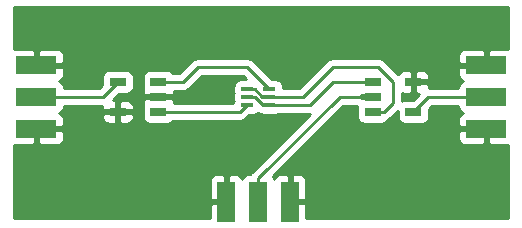
<source format=gbr>
G04 #@! TF.GenerationSoftware,KiCad,Pcbnew,5.1.9-5.1.9*
G04 #@! TF.CreationDate,2021-02-06T16:07:34+03:00*
G04 #@! TF.ProjectId,mix,6d69782e-6b69-4636-9164-5f7063625858,rev?*
G04 #@! TF.SameCoordinates,Original*
G04 #@! TF.FileFunction,Copper,L1,Top*
G04 #@! TF.FilePolarity,Positive*
%FSLAX46Y46*%
G04 Gerber Fmt 4.6, Leading zero omitted, Abs format (unit mm)*
G04 Created by KiCad (PCBNEW 5.1.9-5.1.9) date 2021-02-06 16:07:34*
%MOMM*%
%LPD*%
G01*
G04 APERTURE LIST*
G04 #@! TA.AperFunction,SMDPad,CuDef*
%ADD10R,3.500000X1.500000*%
G04 #@! TD*
G04 #@! TA.AperFunction,SMDPad,CuDef*
%ADD11R,1.500000X3.500000*%
G04 #@! TD*
G04 #@! TA.AperFunction,SMDPad,CuDef*
%ADD12R,1.000000X0.450000*%
G04 #@! TD*
G04 #@! TA.AperFunction,SMDPad,CuDef*
%ADD13R,1.400000X0.760000*%
G04 #@! TD*
G04 #@! TA.AperFunction,ViaPad*
%ADD14C,0.800000*%
G04 #@! TD*
G04 #@! TA.AperFunction,Conductor*
%ADD15C,0.250000*%
G04 #@! TD*
G04 #@! TA.AperFunction,Conductor*
%ADD16C,0.500000*%
G04 #@! TD*
G04 #@! TA.AperFunction,Conductor*
%ADD17C,0.254000*%
G04 #@! TD*
G04 #@! TA.AperFunction,Conductor*
%ADD18C,0.100000*%
G04 #@! TD*
G04 APERTURE END LIST*
D10*
X128524000Y-95410000D03*
X128524000Y-90010000D03*
X128524000Y-92710000D03*
D11*
X150020000Y-101600000D03*
X144620000Y-101600000D03*
X147320000Y-101600000D03*
D10*
X166624000Y-90010000D03*
X166624000Y-95410000D03*
X166624000Y-92710000D03*
D12*
X146370000Y-92060000D03*
X146370000Y-92710000D03*
X146370000Y-93360000D03*
X148270000Y-93360000D03*
X148270000Y-92710000D03*
X148270000Y-92060000D03*
D13*
X138875000Y-91440000D03*
X138875000Y-92710000D03*
X138875000Y-93980000D03*
X135445000Y-93980000D03*
X135445000Y-91440000D03*
X160465000Y-93980000D03*
X160465000Y-91440000D03*
X157035000Y-91440000D03*
X157035000Y-92710000D03*
X157035000Y-93980000D03*
D14*
X130175000Y-88265000D03*
X130175000Y-97155000D03*
X130175000Y-101092000D03*
X166370000Y-88265000D03*
X166370000Y-97155000D03*
X166370000Y-101092000D03*
X137160000Y-101092000D03*
X157480000Y-101092000D03*
X142875000Y-88265000D03*
X151765000Y-88265000D03*
D15*
X147680002Y-92710000D02*
X148270000Y-92710000D01*
X147030002Y-92060000D02*
X147680002Y-92710000D01*
X146370000Y-92060000D02*
X147030002Y-92060000D01*
X157985000Y-93980000D02*
X157035000Y-93980000D01*
X148270000Y-92710000D02*
X151130000Y-92710000D01*
X153670000Y-90170000D02*
X157480000Y-90170000D01*
X157480000Y-90170000D02*
X158750000Y-91440000D01*
X158750000Y-91440000D02*
X158750000Y-93215000D01*
X151130000Y-92710000D02*
X153670000Y-90170000D01*
X158750000Y-93215000D02*
X157985000Y-93980000D01*
X147693592Y-93360000D02*
X148270000Y-93360000D01*
X147043592Y-92710000D02*
X147693592Y-93360000D01*
X146370000Y-92710000D02*
X147043592Y-92710000D01*
X148270000Y-93360000D02*
X151750000Y-93360000D01*
X153670000Y-91440000D02*
X157035000Y-91440000D01*
X151750000Y-93360000D02*
X153670000Y-91440000D01*
X145750000Y-93980000D02*
X146370000Y-93360000D01*
X138875000Y-93980000D02*
X145750000Y-93980000D01*
X138875000Y-91440000D02*
X140970000Y-91440000D01*
X140970000Y-91440000D02*
X142240000Y-90170000D01*
X146380000Y-90170000D02*
X148270000Y-92060000D01*
X142240000Y-90170000D02*
X146380000Y-90170000D01*
X134175000Y-92710000D02*
X135445000Y-91440000D01*
X134175000Y-92710000D02*
X128524000Y-92710000D01*
D16*
X157035000Y-92710000D02*
X156085000Y-92710000D01*
D15*
X154210000Y-92710000D02*
X157035000Y-92710000D01*
X147320000Y-99600000D02*
X154210000Y-92710000D01*
X147320000Y-101600000D02*
X147320000Y-99600000D01*
X161735000Y-92710000D02*
X160465000Y-93980000D01*
X166624000Y-92710000D02*
X161735000Y-92710000D01*
D17*
X168504000Y-88635862D02*
X168498482Y-88634188D01*
X168374000Y-88621928D01*
X166909750Y-88625000D01*
X166751000Y-88783750D01*
X166751000Y-89883000D01*
X166771000Y-89883000D01*
X166771000Y-90137000D01*
X166751000Y-90137000D01*
X166751000Y-90157000D01*
X166497000Y-90157000D01*
X166497000Y-90137000D01*
X164397750Y-90137000D01*
X164239000Y-90295750D01*
X164235928Y-90760000D01*
X164248188Y-90884482D01*
X164284498Y-91004180D01*
X164343463Y-91114494D01*
X164422815Y-91211185D01*
X164519506Y-91290537D01*
X164629820Y-91349502D01*
X164664427Y-91360000D01*
X164629820Y-91370498D01*
X164519506Y-91429463D01*
X164422815Y-91508815D01*
X164343463Y-91605506D01*
X164284498Y-91715820D01*
X164248188Y-91835518D01*
X164236913Y-91950000D01*
X161789138Y-91950000D01*
X161790812Y-91944482D01*
X161803072Y-91820000D01*
X161800000Y-91725750D01*
X161641250Y-91567000D01*
X160592000Y-91567000D01*
X160592000Y-92296250D01*
X160750750Y-92455000D01*
X160913988Y-92456211D01*
X160408271Y-92961928D01*
X159765000Y-92961928D01*
X159640518Y-92974188D01*
X159520820Y-93010498D01*
X159510000Y-93016282D01*
X159510000Y-92403718D01*
X159520820Y-92409502D01*
X159640518Y-92445812D01*
X159765000Y-92458072D01*
X160179250Y-92455000D01*
X160338000Y-92296250D01*
X160338000Y-91567000D01*
X160318000Y-91567000D01*
X160318000Y-91313000D01*
X160338000Y-91313000D01*
X160338000Y-90583750D01*
X160592000Y-90583750D01*
X160592000Y-91313000D01*
X161641250Y-91313000D01*
X161800000Y-91154250D01*
X161803072Y-91060000D01*
X161790812Y-90935518D01*
X161754502Y-90815820D01*
X161695537Y-90705506D01*
X161616185Y-90608815D01*
X161519494Y-90529463D01*
X161409180Y-90470498D01*
X161289482Y-90434188D01*
X161165000Y-90421928D01*
X160750750Y-90425000D01*
X160592000Y-90583750D01*
X160338000Y-90583750D01*
X160179250Y-90425000D01*
X159765000Y-90421928D01*
X159640518Y-90434188D01*
X159520820Y-90470498D01*
X159410506Y-90529463D01*
X159313815Y-90608815D01*
X159234463Y-90705506D01*
X159184249Y-90799448D01*
X158043804Y-89659003D01*
X158020001Y-89629999D01*
X157904276Y-89535026D01*
X157772247Y-89464454D01*
X157628986Y-89420997D01*
X157517333Y-89410000D01*
X157517322Y-89410000D01*
X157480000Y-89406324D01*
X157442678Y-89410000D01*
X153707322Y-89410000D01*
X153669999Y-89406324D01*
X153632676Y-89410000D01*
X153632667Y-89410000D01*
X153521014Y-89420997D01*
X153377753Y-89464454D01*
X153245724Y-89535026D01*
X153245722Y-89535027D01*
X153245723Y-89535027D01*
X153158996Y-89606201D01*
X153158992Y-89606205D01*
X153129999Y-89629999D01*
X153106205Y-89658992D01*
X150815199Y-91950000D01*
X149408072Y-91950000D01*
X149408072Y-91835000D01*
X149395812Y-91710518D01*
X149359502Y-91590820D01*
X149300537Y-91480506D01*
X149221185Y-91383815D01*
X149124494Y-91304463D01*
X149014180Y-91245498D01*
X148894482Y-91209188D01*
X148770000Y-91196928D01*
X148481730Y-91196928D01*
X146943804Y-89659003D01*
X146920001Y-89629999D01*
X146804276Y-89535026D01*
X146672247Y-89464454D01*
X146528986Y-89420997D01*
X146417333Y-89410000D01*
X146417322Y-89410000D01*
X146380000Y-89406324D01*
X146342678Y-89410000D01*
X142277322Y-89410000D01*
X142239999Y-89406324D01*
X142202676Y-89410000D01*
X142202667Y-89410000D01*
X142091014Y-89420997D01*
X141947753Y-89464454D01*
X141815724Y-89535026D01*
X141699999Y-89629999D01*
X141676201Y-89658997D01*
X140655199Y-90680000D01*
X140084605Y-90680000D01*
X140026185Y-90608815D01*
X139929494Y-90529463D01*
X139819180Y-90470498D01*
X139699482Y-90434188D01*
X139575000Y-90421928D01*
X138175000Y-90421928D01*
X138050518Y-90434188D01*
X137930820Y-90470498D01*
X137820506Y-90529463D01*
X137723815Y-90608815D01*
X137644463Y-90705506D01*
X137585498Y-90815820D01*
X137549188Y-90935518D01*
X137536928Y-91060000D01*
X137536928Y-91820000D01*
X137549188Y-91944482D01*
X137585498Y-92064180D01*
X137591282Y-92075000D01*
X137585498Y-92085820D01*
X137549188Y-92205518D01*
X137536928Y-92330000D01*
X137540000Y-92424250D01*
X137698750Y-92583000D01*
X138748000Y-92583000D01*
X138748000Y-92563000D01*
X139002000Y-92563000D01*
X139002000Y-92583000D01*
X140051250Y-92583000D01*
X140210000Y-92424250D01*
X140213072Y-92330000D01*
X140200812Y-92205518D01*
X140199138Y-92200000D01*
X140932678Y-92200000D01*
X140970000Y-92203676D01*
X141007322Y-92200000D01*
X141007333Y-92200000D01*
X141118986Y-92189003D01*
X141262247Y-92145546D01*
X141394276Y-92074974D01*
X141510001Y-91980001D01*
X141533804Y-91950997D01*
X142554802Y-90930000D01*
X146065199Y-90930000D01*
X146332127Y-91196928D01*
X145870000Y-91196928D01*
X145745518Y-91209188D01*
X145625820Y-91245498D01*
X145515506Y-91304463D01*
X145418815Y-91383815D01*
X145339463Y-91480506D01*
X145280498Y-91590820D01*
X145244188Y-91710518D01*
X145231928Y-91835000D01*
X145231928Y-92285000D01*
X145241777Y-92385000D01*
X145231928Y-92485000D01*
X145231928Y-92935000D01*
X145241777Y-93035000D01*
X145231928Y-93135000D01*
X145231928Y-93220000D01*
X140199138Y-93220000D01*
X140200812Y-93214482D01*
X140213072Y-93090000D01*
X140210000Y-92995750D01*
X140051250Y-92837000D01*
X139002000Y-92837000D01*
X139002000Y-92857000D01*
X138748000Y-92857000D01*
X138748000Y-92837000D01*
X137698750Y-92837000D01*
X137540000Y-92995750D01*
X137536928Y-93090000D01*
X137549188Y-93214482D01*
X137585498Y-93334180D01*
X137591282Y-93345000D01*
X137585498Y-93355820D01*
X137549188Y-93475518D01*
X137536928Y-93600000D01*
X137536928Y-94360000D01*
X137549188Y-94484482D01*
X137585498Y-94604180D01*
X137644463Y-94714494D01*
X137723815Y-94811185D01*
X137820506Y-94890537D01*
X137930820Y-94949502D01*
X138050518Y-94985812D01*
X138175000Y-94998072D01*
X139575000Y-94998072D01*
X139699482Y-94985812D01*
X139819180Y-94949502D01*
X139929494Y-94890537D01*
X140026185Y-94811185D01*
X140084605Y-94740000D01*
X145712678Y-94740000D01*
X145750000Y-94743676D01*
X145787322Y-94740000D01*
X145787333Y-94740000D01*
X145898986Y-94729003D01*
X146042247Y-94685546D01*
X146174276Y-94614974D01*
X146290001Y-94520001D01*
X146313803Y-94490998D01*
X146581730Y-94223072D01*
X146870000Y-94223072D01*
X146994482Y-94210812D01*
X147114180Y-94174502D01*
X147224494Y-94115537D01*
X147320000Y-94037158D01*
X147415506Y-94115537D01*
X147525820Y-94174502D01*
X147645518Y-94210812D01*
X147770000Y-94223072D01*
X148770000Y-94223072D01*
X148894482Y-94210812D01*
X149014180Y-94174502D01*
X149116144Y-94120000D01*
X151712678Y-94120000D01*
X151724075Y-94121123D01*
X146808998Y-99036201D01*
X146780000Y-99059999D01*
X146756202Y-99088997D01*
X146756201Y-99088998D01*
X146685026Y-99175724D01*
X146665674Y-99211928D01*
X146570000Y-99211928D01*
X146445518Y-99224188D01*
X146325820Y-99260498D01*
X146215506Y-99319463D01*
X146118815Y-99398815D01*
X146039463Y-99495506D01*
X145980498Y-99605820D01*
X145970000Y-99640427D01*
X145959502Y-99605820D01*
X145900537Y-99495506D01*
X145821185Y-99398815D01*
X145724494Y-99319463D01*
X145614180Y-99260498D01*
X145494482Y-99224188D01*
X145370000Y-99211928D01*
X144905750Y-99215000D01*
X144747000Y-99373750D01*
X144747000Y-101473000D01*
X144767000Y-101473000D01*
X144767000Y-101727000D01*
X144747000Y-101727000D01*
X144747000Y-101747000D01*
X144493000Y-101747000D01*
X144493000Y-101727000D01*
X143393750Y-101727000D01*
X143235000Y-101885750D01*
X143232721Y-102972000D01*
X126644000Y-102972000D01*
X126644000Y-99850000D01*
X143231928Y-99850000D01*
X143235000Y-101314250D01*
X143393750Y-101473000D01*
X144493000Y-101473000D01*
X144493000Y-99373750D01*
X144334250Y-99215000D01*
X143870000Y-99211928D01*
X143745518Y-99224188D01*
X143625820Y-99260498D01*
X143515506Y-99319463D01*
X143418815Y-99398815D01*
X143339463Y-99495506D01*
X143280498Y-99605820D01*
X143244188Y-99725518D01*
X143231928Y-99850000D01*
X126644000Y-99850000D01*
X126644000Y-96784138D01*
X126649518Y-96785812D01*
X126774000Y-96798072D01*
X128238250Y-96795000D01*
X128397000Y-96636250D01*
X128397000Y-95537000D01*
X128651000Y-95537000D01*
X128651000Y-96636250D01*
X128809750Y-96795000D01*
X130274000Y-96798072D01*
X130398482Y-96785812D01*
X130518180Y-96749502D01*
X130628494Y-96690537D01*
X130725185Y-96611185D01*
X130804537Y-96514494D01*
X130863502Y-96404180D01*
X130899812Y-96284482D01*
X130912072Y-96160000D01*
X130909000Y-95695750D01*
X130750250Y-95537000D01*
X128651000Y-95537000D01*
X128397000Y-95537000D01*
X128377000Y-95537000D01*
X128377000Y-95283000D01*
X128397000Y-95283000D01*
X128397000Y-95263000D01*
X128651000Y-95263000D01*
X128651000Y-95283000D01*
X130750250Y-95283000D01*
X130909000Y-95124250D01*
X130912072Y-94660000D01*
X130899812Y-94535518D01*
X130863502Y-94415820D01*
X130833666Y-94360000D01*
X134106928Y-94360000D01*
X134119188Y-94484482D01*
X134155498Y-94604180D01*
X134214463Y-94714494D01*
X134293815Y-94811185D01*
X134390506Y-94890537D01*
X134500820Y-94949502D01*
X134620518Y-94985812D01*
X134745000Y-94998072D01*
X135159250Y-94995000D01*
X135318000Y-94836250D01*
X135318000Y-94107000D01*
X135572000Y-94107000D01*
X135572000Y-94836250D01*
X135730750Y-94995000D01*
X136145000Y-94998072D01*
X136269482Y-94985812D01*
X136389180Y-94949502D01*
X136499494Y-94890537D01*
X136596185Y-94811185D01*
X136675537Y-94714494D01*
X136734502Y-94604180D01*
X136770812Y-94484482D01*
X136783072Y-94360000D01*
X136780000Y-94265750D01*
X136621250Y-94107000D01*
X135572000Y-94107000D01*
X135318000Y-94107000D01*
X134268750Y-94107000D01*
X134110000Y-94265750D01*
X134106928Y-94360000D01*
X130833666Y-94360000D01*
X130804537Y-94305506D01*
X130725185Y-94208815D01*
X130628494Y-94129463D01*
X130518180Y-94070498D01*
X130483573Y-94060000D01*
X130518180Y-94049502D01*
X130628494Y-93990537D01*
X130725185Y-93911185D01*
X130804537Y-93814494D01*
X130863502Y-93704180D01*
X130899812Y-93584482D01*
X130911087Y-93470000D01*
X134120862Y-93470000D01*
X134119188Y-93475518D01*
X134106928Y-93600000D01*
X134110000Y-93694250D01*
X134268750Y-93853000D01*
X135318000Y-93853000D01*
X135318000Y-93123750D01*
X135572000Y-93123750D01*
X135572000Y-93853000D01*
X136621250Y-93853000D01*
X136780000Y-93694250D01*
X136783072Y-93600000D01*
X136770812Y-93475518D01*
X136734502Y-93355820D01*
X136675537Y-93245506D01*
X136596185Y-93148815D01*
X136499494Y-93069463D01*
X136389180Y-93010498D01*
X136269482Y-92974188D01*
X136145000Y-92961928D01*
X135730750Y-92965000D01*
X135572000Y-93123750D01*
X135318000Y-93123750D01*
X135159250Y-92965000D01*
X134996012Y-92963789D01*
X135501730Y-92458072D01*
X136145000Y-92458072D01*
X136269482Y-92445812D01*
X136389180Y-92409502D01*
X136499494Y-92350537D01*
X136596185Y-92271185D01*
X136675537Y-92174494D01*
X136734502Y-92064180D01*
X136770812Y-91944482D01*
X136783072Y-91820000D01*
X136783072Y-91060000D01*
X136770812Y-90935518D01*
X136734502Y-90815820D01*
X136675537Y-90705506D01*
X136596185Y-90608815D01*
X136499494Y-90529463D01*
X136389180Y-90470498D01*
X136269482Y-90434188D01*
X136145000Y-90421928D01*
X134745000Y-90421928D01*
X134620518Y-90434188D01*
X134500820Y-90470498D01*
X134390506Y-90529463D01*
X134293815Y-90608815D01*
X134214463Y-90705506D01*
X134155498Y-90815820D01*
X134119188Y-90935518D01*
X134106928Y-91060000D01*
X134106928Y-91703271D01*
X133860199Y-91950000D01*
X130911087Y-91950000D01*
X130899812Y-91835518D01*
X130863502Y-91715820D01*
X130804537Y-91605506D01*
X130725185Y-91508815D01*
X130628494Y-91429463D01*
X130518180Y-91370498D01*
X130483573Y-91360000D01*
X130518180Y-91349502D01*
X130628494Y-91290537D01*
X130725185Y-91211185D01*
X130804537Y-91114494D01*
X130863502Y-91004180D01*
X130899812Y-90884482D01*
X130912072Y-90760000D01*
X130909000Y-90295750D01*
X130750250Y-90137000D01*
X128651000Y-90137000D01*
X128651000Y-90157000D01*
X128397000Y-90157000D01*
X128397000Y-90137000D01*
X128377000Y-90137000D01*
X128377000Y-89883000D01*
X128397000Y-89883000D01*
X128397000Y-88783750D01*
X128651000Y-88783750D01*
X128651000Y-89883000D01*
X130750250Y-89883000D01*
X130909000Y-89724250D01*
X130912072Y-89260000D01*
X164235928Y-89260000D01*
X164239000Y-89724250D01*
X164397750Y-89883000D01*
X166497000Y-89883000D01*
X166497000Y-88783750D01*
X166338250Y-88625000D01*
X164874000Y-88621928D01*
X164749518Y-88634188D01*
X164629820Y-88670498D01*
X164519506Y-88729463D01*
X164422815Y-88808815D01*
X164343463Y-88905506D01*
X164284498Y-89015820D01*
X164248188Y-89135518D01*
X164235928Y-89260000D01*
X130912072Y-89260000D01*
X130899812Y-89135518D01*
X130863502Y-89015820D01*
X130804537Y-88905506D01*
X130725185Y-88808815D01*
X130628494Y-88729463D01*
X130518180Y-88670498D01*
X130398482Y-88634188D01*
X130274000Y-88621928D01*
X128809750Y-88625000D01*
X128651000Y-88783750D01*
X128397000Y-88783750D01*
X128238250Y-88625000D01*
X126774000Y-88621928D01*
X126649518Y-88634188D01*
X126644000Y-88635862D01*
X126644000Y-85115000D01*
X168504000Y-85115000D01*
X168504000Y-88635862D01*
G04 #@! TA.AperFunction,Conductor*
D18*
G36*
X168504000Y-88635862D02*
G01*
X168498482Y-88634188D01*
X168374000Y-88621928D01*
X166909750Y-88625000D01*
X166751000Y-88783750D01*
X166751000Y-89883000D01*
X166771000Y-89883000D01*
X166771000Y-90137000D01*
X166751000Y-90137000D01*
X166751000Y-90157000D01*
X166497000Y-90157000D01*
X166497000Y-90137000D01*
X164397750Y-90137000D01*
X164239000Y-90295750D01*
X164235928Y-90760000D01*
X164248188Y-90884482D01*
X164284498Y-91004180D01*
X164343463Y-91114494D01*
X164422815Y-91211185D01*
X164519506Y-91290537D01*
X164629820Y-91349502D01*
X164664427Y-91360000D01*
X164629820Y-91370498D01*
X164519506Y-91429463D01*
X164422815Y-91508815D01*
X164343463Y-91605506D01*
X164284498Y-91715820D01*
X164248188Y-91835518D01*
X164236913Y-91950000D01*
X161789138Y-91950000D01*
X161790812Y-91944482D01*
X161803072Y-91820000D01*
X161800000Y-91725750D01*
X161641250Y-91567000D01*
X160592000Y-91567000D01*
X160592000Y-92296250D01*
X160750750Y-92455000D01*
X160913988Y-92456211D01*
X160408271Y-92961928D01*
X159765000Y-92961928D01*
X159640518Y-92974188D01*
X159520820Y-93010498D01*
X159510000Y-93016282D01*
X159510000Y-92403718D01*
X159520820Y-92409502D01*
X159640518Y-92445812D01*
X159765000Y-92458072D01*
X160179250Y-92455000D01*
X160338000Y-92296250D01*
X160338000Y-91567000D01*
X160318000Y-91567000D01*
X160318000Y-91313000D01*
X160338000Y-91313000D01*
X160338000Y-90583750D01*
X160592000Y-90583750D01*
X160592000Y-91313000D01*
X161641250Y-91313000D01*
X161800000Y-91154250D01*
X161803072Y-91060000D01*
X161790812Y-90935518D01*
X161754502Y-90815820D01*
X161695537Y-90705506D01*
X161616185Y-90608815D01*
X161519494Y-90529463D01*
X161409180Y-90470498D01*
X161289482Y-90434188D01*
X161165000Y-90421928D01*
X160750750Y-90425000D01*
X160592000Y-90583750D01*
X160338000Y-90583750D01*
X160179250Y-90425000D01*
X159765000Y-90421928D01*
X159640518Y-90434188D01*
X159520820Y-90470498D01*
X159410506Y-90529463D01*
X159313815Y-90608815D01*
X159234463Y-90705506D01*
X159184249Y-90799448D01*
X158043804Y-89659003D01*
X158020001Y-89629999D01*
X157904276Y-89535026D01*
X157772247Y-89464454D01*
X157628986Y-89420997D01*
X157517333Y-89410000D01*
X157517322Y-89410000D01*
X157480000Y-89406324D01*
X157442678Y-89410000D01*
X153707322Y-89410000D01*
X153669999Y-89406324D01*
X153632676Y-89410000D01*
X153632667Y-89410000D01*
X153521014Y-89420997D01*
X153377753Y-89464454D01*
X153245724Y-89535026D01*
X153245722Y-89535027D01*
X153245723Y-89535027D01*
X153158996Y-89606201D01*
X153158992Y-89606205D01*
X153129999Y-89629999D01*
X153106205Y-89658992D01*
X150815199Y-91950000D01*
X149408072Y-91950000D01*
X149408072Y-91835000D01*
X149395812Y-91710518D01*
X149359502Y-91590820D01*
X149300537Y-91480506D01*
X149221185Y-91383815D01*
X149124494Y-91304463D01*
X149014180Y-91245498D01*
X148894482Y-91209188D01*
X148770000Y-91196928D01*
X148481730Y-91196928D01*
X146943804Y-89659003D01*
X146920001Y-89629999D01*
X146804276Y-89535026D01*
X146672247Y-89464454D01*
X146528986Y-89420997D01*
X146417333Y-89410000D01*
X146417322Y-89410000D01*
X146380000Y-89406324D01*
X146342678Y-89410000D01*
X142277322Y-89410000D01*
X142239999Y-89406324D01*
X142202676Y-89410000D01*
X142202667Y-89410000D01*
X142091014Y-89420997D01*
X141947753Y-89464454D01*
X141815724Y-89535026D01*
X141699999Y-89629999D01*
X141676201Y-89658997D01*
X140655199Y-90680000D01*
X140084605Y-90680000D01*
X140026185Y-90608815D01*
X139929494Y-90529463D01*
X139819180Y-90470498D01*
X139699482Y-90434188D01*
X139575000Y-90421928D01*
X138175000Y-90421928D01*
X138050518Y-90434188D01*
X137930820Y-90470498D01*
X137820506Y-90529463D01*
X137723815Y-90608815D01*
X137644463Y-90705506D01*
X137585498Y-90815820D01*
X137549188Y-90935518D01*
X137536928Y-91060000D01*
X137536928Y-91820000D01*
X137549188Y-91944482D01*
X137585498Y-92064180D01*
X137591282Y-92075000D01*
X137585498Y-92085820D01*
X137549188Y-92205518D01*
X137536928Y-92330000D01*
X137540000Y-92424250D01*
X137698750Y-92583000D01*
X138748000Y-92583000D01*
X138748000Y-92563000D01*
X139002000Y-92563000D01*
X139002000Y-92583000D01*
X140051250Y-92583000D01*
X140210000Y-92424250D01*
X140213072Y-92330000D01*
X140200812Y-92205518D01*
X140199138Y-92200000D01*
X140932678Y-92200000D01*
X140970000Y-92203676D01*
X141007322Y-92200000D01*
X141007333Y-92200000D01*
X141118986Y-92189003D01*
X141262247Y-92145546D01*
X141394276Y-92074974D01*
X141510001Y-91980001D01*
X141533804Y-91950997D01*
X142554802Y-90930000D01*
X146065199Y-90930000D01*
X146332127Y-91196928D01*
X145870000Y-91196928D01*
X145745518Y-91209188D01*
X145625820Y-91245498D01*
X145515506Y-91304463D01*
X145418815Y-91383815D01*
X145339463Y-91480506D01*
X145280498Y-91590820D01*
X145244188Y-91710518D01*
X145231928Y-91835000D01*
X145231928Y-92285000D01*
X145241777Y-92385000D01*
X145231928Y-92485000D01*
X145231928Y-92935000D01*
X145241777Y-93035000D01*
X145231928Y-93135000D01*
X145231928Y-93220000D01*
X140199138Y-93220000D01*
X140200812Y-93214482D01*
X140213072Y-93090000D01*
X140210000Y-92995750D01*
X140051250Y-92837000D01*
X139002000Y-92837000D01*
X139002000Y-92857000D01*
X138748000Y-92857000D01*
X138748000Y-92837000D01*
X137698750Y-92837000D01*
X137540000Y-92995750D01*
X137536928Y-93090000D01*
X137549188Y-93214482D01*
X137585498Y-93334180D01*
X137591282Y-93345000D01*
X137585498Y-93355820D01*
X137549188Y-93475518D01*
X137536928Y-93600000D01*
X137536928Y-94360000D01*
X137549188Y-94484482D01*
X137585498Y-94604180D01*
X137644463Y-94714494D01*
X137723815Y-94811185D01*
X137820506Y-94890537D01*
X137930820Y-94949502D01*
X138050518Y-94985812D01*
X138175000Y-94998072D01*
X139575000Y-94998072D01*
X139699482Y-94985812D01*
X139819180Y-94949502D01*
X139929494Y-94890537D01*
X140026185Y-94811185D01*
X140084605Y-94740000D01*
X145712678Y-94740000D01*
X145750000Y-94743676D01*
X145787322Y-94740000D01*
X145787333Y-94740000D01*
X145898986Y-94729003D01*
X146042247Y-94685546D01*
X146174276Y-94614974D01*
X146290001Y-94520001D01*
X146313803Y-94490998D01*
X146581730Y-94223072D01*
X146870000Y-94223072D01*
X146994482Y-94210812D01*
X147114180Y-94174502D01*
X147224494Y-94115537D01*
X147320000Y-94037158D01*
X147415506Y-94115537D01*
X147525820Y-94174502D01*
X147645518Y-94210812D01*
X147770000Y-94223072D01*
X148770000Y-94223072D01*
X148894482Y-94210812D01*
X149014180Y-94174502D01*
X149116144Y-94120000D01*
X151712678Y-94120000D01*
X151724075Y-94121123D01*
X146808998Y-99036201D01*
X146780000Y-99059999D01*
X146756202Y-99088997D01*
X146756201Y-99088998D01*
X146685026Y-99175724D01*
X146665674Y-99211928D01*
X146570000Y-99211928D01*
X146445518Y-99224188D01*
X146325820Y-99260498D01*
X146215506Y-99319463D01*
X146118815Y-99398815D01*
X146039463Y-99495506D01*
X145980498Y-99605820D01*
X145970000Y-99640427D01*
X145959502Y-99605820D01*
X145900537Y-99495506D01*
X145821185Y-99398815D01*
X145724494Y-99319463D01*
X145614180Y-99260498D01*
X145494482Y-99224188D01*
X145370000Y-99211928D01*
X144905750Y-99215000D01*
X144747000Y-99373750D01*
X144747000Y-101473000D01*
X144767000Y-101473000D01*
X144767000Y-101727000D01*
X144747000Y-101727000D01*
X144747000Y-101747000D01*
X144493000Y-101747000D01*
X144493000Y-101727000D01*
X143393750Y-101727000D01*
X143235000Y-101885750D01*
X143232721Y-102972000D01*
X126644000Y-102972000D01*
X126644000Y-99850000D01*
X143231928Y-99850000D01*
X143235000Y-101314250D01*
X143393750Y-101473000D01*
X144493000Y-101473000D01*
X144493000Y-99373750D01*
X144334250Y-99215000D01*
X143870000Y-99211928D01*
X143745518Y-99224188D01*
X143625820Y-99260498D01*
X143515506Y-99319463D01*
X143418815Y-99398815D01*
X143339463Y-99495506D01*
X143280498Y-99605820D01*
X143244188Y-99725518D01*
X143231928Y-99850000D01*
X126644000Y-99850000D01*
X126644000Y-96784138D01*
X126649518Y-96785812D01*
X126774000Y-96798072D01*
X128238250Y-96795000D01*
X128397000Y-96636250D01*
X128397000Y-95537000D01*
X128651000Y-95537000D01*
X128651000Y-96636250D01*
X128809750Y-96795000D01*
X130274000Y-96798072D01*
X130398482Y-96785812D01*
X130518180Y-96749502D01*
X130628494Y-96690537D01*
X130725185Y-96611185D01*
X130804537Y-96514494D01*
X130863502Y-96404180D01*
X130899812Y-96284482D01*
X130912072Y-96160000D01*
X130909000Y-95695750D01*
X130750250Y-95537000D01*
X128651000Y-95537000D01*
X128397000Y-95537000D01*
X128377000Y-95537000D01*
X128377000Y-95283000D01*
X128397000Y-95283000D01*
X128397000Y-95263000D01*
X128651000Y-95263000D01*
X128651000Y-95283000D01*
X130750250Y-95283000D01*
X130909000Y-95124250D01*
X130912072Y-94660000D01*
X130899812Y-94535518D01*
X130863502Y-94415820D01*
X130833666Y-94360000D01*
X134106928Y-94360000D01*
X134119188Y-94484482D01*
X134155498Y-94604180D01*
X134214463Y-94714494D01*
X134293815Y-94811185D01*
X134390506Y-94890537D01*
X134500820Y-94949502D01*
X134620518Y-94985812D01*
X134745000Y-94998072D01*
X135159250Y-94995000D01*
X135318000Y-94836250D01*
X135318000Y-94107000D01*
X135572000Y-94107000D01*
X135572000Y-94836250D01*
X135730750Y-94995000D01*
X136145000Y-94998072D01*
X136269482Y-94985812D01*
X136389180Y-94949502D01*
X136499494Y-94890537D01*
X136596185Y-94811185D01*
X136675537Y-94714494D01*
X136734502Y-94604180D01*
X136770812Y-94484482D01*
X136783072Y-94360000D01*
X136780000Y-94265750D01*
X136621250Y-94107000D01*
X135572000Y-94107000D01*
X135318000Y-94107000D01*
X134268750Y-94107000D01*
X134110000Y-94265750D01*
X134106928Y-94360000D01*
X130833666Y-94360000D01*
X130804537Y-94305506D01*
X130725185Y-94208815D01*
X130628494Y-94129463D01*
X130518180Y-94070498D01*
X130483573Y-94060000D01*
X130518180Y-94049502D01*
X130628494Y-93990537D01*
X130725185Y-93911185D01*
X130804537Y-93814494D01*
X130863502Y-93704180D01*
X130899812Y-93584482D01*
X130911087Y-93470000D01*
X134120862Y-93470000D01*
X134119188Y-93475518D01*
X134106928Y-93600000D01*
X134110000Y-93694250D01*
X134268750Y-93853000D01*
X135318000Y-93853000D01*
X135318000Y-93123750D01*
X135572000Y-93123750D01*
X135572000Y-93853000D01*
X136621250Y-93853000D01*
X136780000Y-93694250D01*
X136783072Y-93600000D01*
X136770812Y-93475518D01*
X136734502Y-93355820D01*
X136675537Y-93245506D01*
X136596185Y-93148815D01*
X136499494Y-93069463D01*
X136389180Y-93010498D01*
X136269482Y-92974188D01*
X136145000Y-92961928D01*
X135730750Y-92965000D01*
X135572000Y-93123750D01*
X135318000Y-93123750D01*
X135159250Y-92965000D01*
X134996012Y-92963789D01*
X135501730Y-92458072D01*
X136145000Y-92458072D01*
X136269482Y-92445812D01*
X136389180Y-92409502D01*
X136499494Y-92350537D01*
X136596185Y-92271185D01*
X136675537Y-92174494D01*
X136734502Y-92064180D01*
X136770812Y-91944482D01*
X136783072Y-91820000D01*
X136783072Y-91060000D01*
X136770812Y-90935518D01*
X136734502Y-90815820D01*
X136675537Y-90705506D01*
X136596185Y-90608815D01*
X136499494Y-90529463D01*
X136389180Y-90470498D01*
X136269482Y-90434188D01*
X136145000Y-90421928D01*
X134745000Y-90421928D01*
X134620518Y-90434188D01*
X134500820Y-90470498D01*
X134390506Y-90529463D01*
X134293815Y-90608815D01*
X134214463Y-90705506D01*
X134155498Y-90815820D01*
X134119188Y-90935518D01*
X134106928Y-91060000D01*
X134106928Y-91703271D01*
X133860199Y-91950000D01*
X130911087Y-91950000D01*
X130899812Y-91835518D01*
X130863502Y-91715820D01*
X130804537Y-91605506D01*
X130725185Y-91508815D01*
X130628494Y-91429463D01*
X130518180Y-91370498D01*
X130483573Y-91360000D01*
X130518180Y-91349502D01*
X130628494Y-91290537D01*
X130725185Y-91211185D01*
X130804537Y-91114494D01*
X130863502Y-91004180D01*
X130899812Y-90884482D01*
X130912072Y-90760000D01*
X130909000Y-90295750D01*
X130750250Y-90137000D01*
X128651000Y-90137000D01*
X128651000Y-90157000D01*
X128397000Y-90157000D01*
X128397000Y-90137000D01*
X128377000Y-90137000D01*
X128377000Y-89883000D01*
X128397000Y-89883000D01*
X128397000Y-88783750D01*
X128651000Y-88783750D01*
X128651000Y-89883000D01*
X130750250Y-89883000D01*
X130909000Y-89724250D01*
X130912072Y-89260000D01*
X164235928Y-89260000D01*
X164239000Y-89724250D01*
X164397750Y-89883000D01*
X166497000Y-89883000D01*
X166497000Y-88783750D01*
X166338250Y-88625000D01*
X164874000Y-88621928D01*
X164749518Y-88634188D01*
X164629820Y-88670498D01*
X164519506Y-88729463D01*
X164422815Y-88808815D01*
X164343463Y-88905506D01*
X164284498Y-89015820D01*
X164248188Y-89135518D01*
X164235928Y-89260000D01*
X130912072Y-89260000D01*
X130899812Y-89135518D01*
X130863502Y-89015820D01*
X130804537Y-88905506D01*
X130725185Y-88808815D01*
X130628494Y-88729463D01*
X130518180Y-88670498D01*
X130398482Y-88634188D01*
X130274000Y-88621928D01*
X128809750Y-88625000D01*
X128651000Y-88783750D01*
X128397000Y-88783750D01*
X128238250Y-88625000D01*
X126774000Y-88621928D01*
X126649518Y-88634188D01*
X126644000Y-88635862D01*
X126644000Y-85115000D01*
X168504000Y-85115000D01*
X168504000Y-88635862D01*
G37*
G04 #@! TD.AperFunction*
D17*
X155705717Y-93510759D02*
X155696928Y-93600000D01*
X155696928Y-94360000D01*
X155709188Y-94484482D01*
X155745498Y-94604180D01*
X155804463Y-94714494D01*
X155883815Y-94811185D01*
X155980506Y-94890537D01*
X156090820Y-94949502D01*
X156210518Y-94985812D01*
X156335000Y-94998072D01*
X157735000Y-94998072D01*
X157859482Y-94985812D01*
X157979180Y-94949502D01*
X158089494Y-94890537D01*
X158186185Y-94811185D01*
X158265537Y-94714494D01*
X158282516Y-94682730D01*
X158409276Y-94614974D01*
X158525001Y-94520001D01*
X158548803Y-94490998D01*
X159126928Y-93912875D01*
X159126928Y-94360000D01*
X159139188Y-94484482D01*
X159175498Y-94604180D01*
X159234463Y-94714494D01*
X159313815Y-94811185D01*
X159410506Y-94890537D01*
X159520820Y-94949502D01*
X159640518Y-94985812D01*
X159765000Y-94998072D01*
X161165000Y-94998072D01*
X161289482Y-94985812D01*
X161409180Y-94949502D01*
X161519494Y-94890537D01*
X161616185Y-94811185D01*
X161695537Y-94714494D01*
X161754502Y-94604180D01*
X161790812Y-94484482D01*
X161803072Y-94360000D01*
X161803072Y-93716730D01*
X162049802Y-93470000D01*
X164236913Y-93470000D01*
X164248188Y-93584482D01*
X164284498Y-93704180D01*
X164343463Y-93814494D01*
X164422815Y-93911185D01*
X164519506Y-93990537D01*
X164629820Y-94049502D01*
X164664427Y-94060000D01*
X164629820Y-94070498D01*
X164519506Y-94129463D01*
X164422815Y-94208815D01*
X164343463Y-94305506D01*
X164284498Y-94415820D01*
X164248188Y-94535518D01*
X164235928Y-94660000D01*
X164239000Y-95124250D01*
X164397750Y-95283000D01*
X166497000Y-95283000D01*
X166497000Y-95263000D01*
X166751000Y-95263000D01*
X166751000Y-95283000D01*
X166771000Y-95283000D01*
X166771000Y-95537000D01*
X166751000Y-95537000D01*
X166751000Y-96636250D01*
X166909750Y-96795000D01*
X168374000Y-96798072D01*
X168498482Y-96785812D01*
X168504001Y-96784138D01*
X168504001Y-102972000D01*
X151407279Y-102972000D01*
X151405000Y-101885750D01*
X151246250Y-101727000D01*
X150147000Y-101727000D01*
X150147000Y-101747000D01*
X149893000Y-101747000D01*
X149893000Y-101727000D01*
X149873000Y-101727000D01*
X149873000Y-101473000D01*
X149893000Y-101473000D01*
X149893000Y-99373750D01*
X150147000Y-99373750D01*
X150147000Y-101473000D01*
X151246250Y-101473000D01*
X151405000Y-101314250D01*
X151408072Y-99850000D01*
X151395812Y-99725518D01*
X151359502Y-99605820D01*
X151300537Y-99495506D01*
X151221185Y-99398815D01*
X151124494Y-99319463D01*
X151014180Y-99260498D01*
X150894482Y-99224188D01*
X150770000Y-99211928D01*
X150305750Y-99215000D01*
X150147000Y-99373750D01*
X149893000Y-99373750D01*
X149734250Y-99215000D01*
X149270000Y-99211928D01*
X149145518Y-99224188D01*
X149025820Y-99260498D01*
X148915506Y-99319463D01*
X148818815Y-99398815D01*
X148739463Y-99495506D01*
X148680498Y-99605820D01*
X148670000Y-99640427D01*
X148659502Y-99605820D01*
X148600537Y-99495506D01*
X148554902Y-99439899D01*
X151834802Y-96160000D01*
X164235928Y-96160000D01*
X164248188Y-96284482D01*
X164284498Y-96404180D01*
X164343463Y-96514494D01*
X164422815Y-96611185D01*
X164519506Y-96690537D01*
X164629820Y-96749502D01*
X164749518Y-96785812D01*
X164874000Y-96798072D01*
X166338250Y-96795000D01*
X166497000Y-96636250D01*
X166497000Y-95537000D01*
X164397750Y-95537000D01*
X164239000Y-95695750D01*
X164235928Y-96160000D01*
X151834802Y-96160000D01*
X154524803Y-93470000D01*
X155629461Y-93470000D01*
X155705717Y-93510759D01*
G04 #@! TA.AperFunction,Conductor*
D18*
G36*
X155705717Y-93510759D02*
G01*
X155696928Y-93600000D01*
X155696928Y-94360000D01*
X155709188Y-94484482D01*
X155745498Y-94604180D01*
X155804463Y-94714494D01*
X155883815Y-94811185D01*
X155980506Y-94890537D01*
X156090820Y-94949502D01*
X156210518Y-94985812D01*
X156335000Y-94998072D01*
X157735000Y-94998072D01*
X157859482Y-94985812D01*
X157979180Y-94949502D01*
X158089494Y-94890537D01*
X158186185Y-94811185D01*
X158265537Y-94714494D01*
X158282516Y-94682730D01*
X158409276Y-94614974D01*
X158525001Y-94520001D01*
X158548803Y-94490998D01*
X159126928Y-93912875D01*
X159126928Y-94360000D01*
X159139188Y-94484482D01*
X159175498Y-94604180D01*
X159234463Y-94714494D01*
X159313815Y-94811185D01*
X159410506Y-94890537D01*
X159520820Y-94949502D01*
X159640518Y-94985812D01*
X159765000Y-94998072D01*
X161165000Y-94998072D01*
X161289482Y-94985812D01*
X161409180Y-94949502D01*
X161519494Y-94890537D01*
X161616185Y-94811185D01*
X161695537Y-94714494D01*
X161754502Y-94604180D01*
X161790812Y-94484482D01*
X161803072Y-94360000D01*
X161803072Y-93716730D01*
X162049802Y-93470000D01*
X164236913Y-93470000D01*
X164248188Y-93584482D01*
X164284498Y-93704180D01*
X164343463Y-93814494D01*
X164422815Y-93911185D01*
X164519506Y-93990537D01*
X164629820Y-94049502D01*
X164664427Y-94060000D01*
X164629820Y-94070498D01*
X164519506Y-94129463D01*
X164422815Y-94208815D01*
X164343463Y-94305506D01*
X164284498Y-94415820D01*
X164248188Y-94535518D01*
X164235928Y-94660000D01*
X164239000Y-95124250D01*
X164397750Y-95283000D01*
X166497000Y-95283000D01*
X166497000Y-95263000D01*
X166751000Y-95263000D01*
X166751000Y-95283000D01*
X166771000Y-95283000D01*
X166771000Y-95537000D01*
X166751000Y-95537000D01*
X166751000Y-96636250D01*
X166909750Y-96795000D01*
X168374000Y-96798072D01*
X168498482Y-96785812D01*
X168504001Y-96784138D01*
X168504001Y-102972000D01*
X151407279Y-102972000D01*
X151405000Y-101885750D01*
X151246250Y-101727000D01*
X150147000Y-101727000D01*
X150147000Y-101747000D01*
X149893000Y-101747000D01*
X149893000Y-101727000D01*
X149873000Y-101727000D01*
X149873000Y-101473000D01*
X149893000Y-101473000D01*
X149893000Y-99373750D01*
X150147000Y-99373750D01*
X150147000Y-101473000D01*
X151246250Y-101473000D01*
X151405000Y-101314250D01*
X151408072Y-99850000D01*
X151395812Y-99725518D01*
X151359502Y-99605820D01*
X151300537Y-99495506D01*
X151221185Y-99398815D01*
X151124494Y-99319463D01*
X151014180Y-99260498D01*
X150894482Y-99224188D01*
X150770000Y-99211928D01*
X150305750Y-99215000D01*
X150147000Y-99373750D01*
X149893000Y-99373750D01*
X149734250Y-99215000D01*
X149270000Y-99211928D01*
X149145518Y-99224188D01*
X149025820Y-99260498D01*
X148915506Y-99319463D01*
X148818815Y-99398815D01*
X148739463Y-99495506D01*
X148680498Y-99605820D01*
X148670000Y-99640427D01*
X148659502Y-99605820D01*
X148600537Y-99495506D01*
X148554902Y-99439899D01*
X151834802Y-96160000D01*
X164235928Y-96160000D01*
X164248188Y-96284482D01*
X164284498Y-96404180D01*
X164343463Y-96514494D01*
X164422815Y-96611185D01*
X164519506Y-96690537D01*
X164629820Y-96749502D01*
X164749518Y-96785812D01*
X164874000Y-96798072D01*
X166338250Y-96795000D01*
X166497000Y-96636250D01*
X166497000Y-95537000D01*
X164397750Y-95537000D01*
X164239000Y-95695750D01*
X164235928Y-96160000D01*
X151834802Y-96160000D01*
X154524803Y-93470000D01*
X155629461Y-93470000D01*
X155705717Y-93510759D01*
G37*
G04 #@! TD.AperFunction*
M02*

</source>
